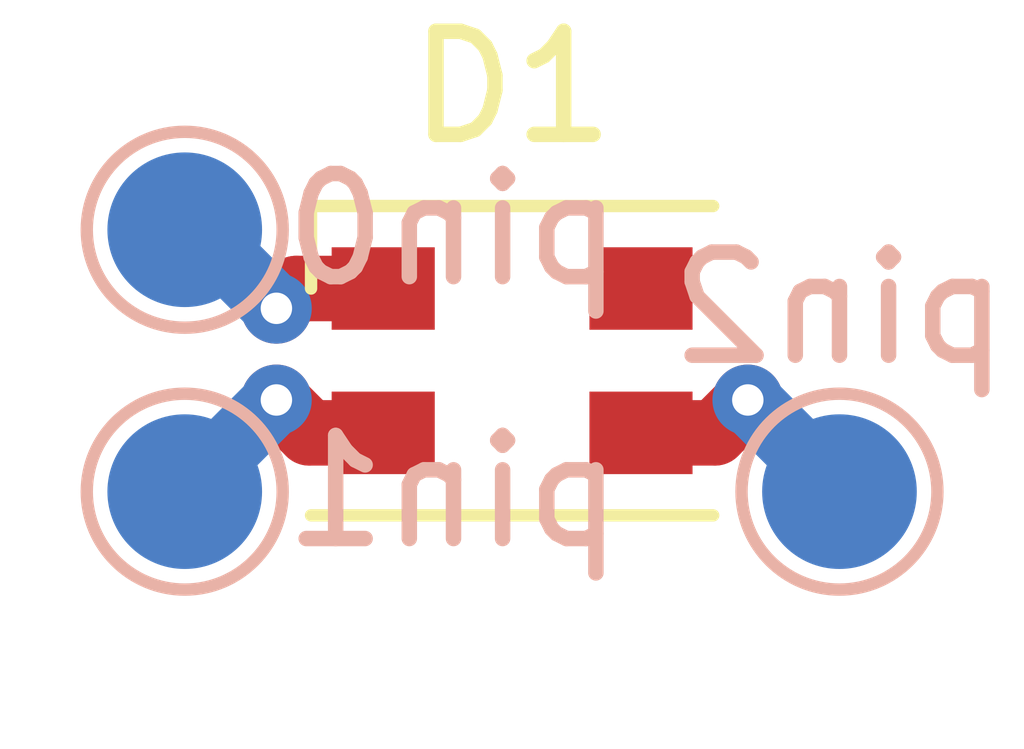
<source format=kicad_pcb>
(kicad_pcb (version 20171130) (host pcbnew "(5.1.9-0-10_14)")

  (general
    (thickness 1.6)
    (drawings 3)
    (tracks 13)
    (zones 0)
    (modules 4)
    (nets 5)
  )

  (page A4)
  (layers
    (0 F.Cu signal)
    (31 B.Cu signal)
    (32 B.Adhes user)
    (33 F.Adhes user)
    (34 B.Paste user)
    (35 F.Paste user)
    (36 B.SilkS user)
    (37 F.SilkS user)
    (38 B.Mask user)
    (39 F.Mask user)
    (40 Dwgs.User user)
    (41 Cmts.User user)
    (42 Eco1.User user)
    (43 Eco2.User user)
    (44 Edge.Cuts user)
    (45 Margin user)
    (46 B.CrtYd user hide)
    (47 F.CrtYd user hide)
    (48 B.Fab user hide)
    (49 F.Fab user hide)
  )

  (setup
    (last_trace_width 0.1524)
    (user_trace_width 0.1524)
    (user_trace_width 0.254)
    (user_trace_width 0.4064)
    (user_trace_width 0.635)
    (trace_clearance 0.1524)
    (zone_clearance 0.508)
    (zone_45_only no)
    (trace_min 0.1524)
    (via_size 0.6858)
    (via_drill 0.3048)
    (via_min_size 0.6858)
    (via_min_drill 0.3048)
    (uvia_size 0.3048)
    (uvia_drill 0.1524)
    (uvias_allowed no)
    (uvia_min_size 0.2)
    (uvia_min_drill 0.1)
    (edge_width 0.15)
    (segment_width 0.15)
    (pcb_text_width 0.3)
    (pcb_text_size 1.5 1.5)
    (mod_edge_width 0.15)
    (mod_text_size 1 1)
    (mod_text_width 0.15)
    (pad_size 1.8 1.8)
    (pad_drill 0.9)
    (pad_to_mask_clearance 0.2)
    (aux_axis_origin 0 0)
    (visible_elements FFFFFF7F)
    (pcbplotparams
      (layerselection 0x010fc_ffffffff)
      (usegerberextensions false)
      (usegerberattributes false)
      (usegerberadvancedattributes false)
      (creategerberjobfile false)
      (excludeedgelayer true)
      (linewidth 0.100000)
      (plotframeref false)
      (viasonmask false)
      (mode 1)
      (useauxorigin false)
      (hpglpennumber 1)
      (hpglpenspeed 20)
      (hpglpendiameter 15.000000)
      (psnegative false)
      (psa4output false)
      (plotreference true)
      (plotvalue true)
      (plotinvisibletext false)
      (padsonsilk false)
      (subtractmaskfromsilk false)
      (outputformat 1)
      (mirror false)
      (drillshape 1)
      (scaleselection 1)
      (outputdirectory ""))
  )

  (net 0 "")
  (net 1 +3V3)
  (net 2 Pin0)
  (net 3 Pin2)
  (net 4 Pin1)

  (net_class Default "This is the default net class."
    (clearance 0.1524)
    (trace_width 0.1524)
    (via_dia 0.6858)
    (via_drill 0.3048)
    (uvia_dia 0.3048)
    (uvia_drill 0.1524)
    (diff_pair_width 0.1524)
    (diff_pair_gap 0.1524)
    (add_net +3V3)
    (add_net Pin0)
    (add_net Pin1)
    (add_net Pin2)
  )

  (module TestPoint:TestPoint_Pad_D1.5mm (layer B.Cu) (tedit 5A0F774F) (tstamp 60B93C0D)
    (at -3.175 -1.27)
    (descr "SMD pad as test Point, diameter 1.5mm")
    (tags "test point SMD pad")
    (path /60B93D2A)
    (attr virtual)
    (fp_text reference Pin0 (at 0 1.648) (layer B.SilkS) hide
      (effects (font (size 1 1) (thickness 0.15)) (justify mirror))
    )
    (fp_text value TestPoint (at 0 -1.75) (layer B.Fab)
      (effects (font (size 1 1) (thickness 0.15)) (justify mirror))
    )
    (fp_circle (center 0 0) (end 1.25 0) (layer B.CrtYd) (width 0.05))
    (fp_circle (center 0 0) (end 0 -0.95) (layer B.SilkS) (width 0.12))
    (fp_text user %R (at 0 1.65) (layer B.Fab)
      (effects (font (size 1 1) (thickness 0.15)) (justify mirror))
    )
    (pad 1 smd circle (at 0 0) (size 1.5 1.5) (layers B.Cu B.Mask)
      (net 2 Pin0))
  )

  (module LED_SMD:LED_Cree-PLCC4_3.2x2.8mm_CCW locked (layer F.Cu) (tedit 59D415EA) (tstamp 60B96B86)
    (at 0 0)
    (descr "3.2mm x 2.8mm PLCC4 LED, http://www.cree.com/led-components/media/documents/CLV1AFKB(874).pdf")
    (tags "LED Cree PLCC-4")
    (path /60BBD1E1)
    (attr smd)
    (fp_text reference D1 (at 0 -2.65) (layer F.SilkS)
      (effects (font (size 1 1) (thickness 0.15)))
    )
    (fp_text value LED_RGBA (at 0 2.65) (layer F.Fab)
      (effects (font (size 1 1) (thickness 0.15)))
    )
    (fp_circle (center 0 0) (end 1.12 0) (layer F.Fab) (width 0.1))
    (fp_line (start -2.2 -1.75) (end -2.2 1.75) (layer F.CrtYd) (width 0.05))
    (fp_line (start -2.2 1.75) (end 2.2 1.75) (layer F.CrtYd) (width 0.05))
    (fp_line (start 2.2 1.75) (end 2.2 -1.75) (layer F.CrtYd) (width 0.05))
    (fp_line (start 2.2 -1.75) (end -2.2 -1.75) (layer F.CrtYd) (width 0.05))
    (fp_line (start -0.6 -1.4) (end -1.6 -0.4) (layer F.Fab) (width 0.1))
    (fp_line (start -1.6 -1.4) (end -1.6 1.4) (layer F.Fab) (width 0.1))
    (fp_line (start -1.6 1.4) (end 1.6 1.4) (layer F.Fab) (width 0.1))
    (fp_line (start 1.6 1.4) (end 1.6 -1.4) (layer F.Fab) (width 0.1))
    (fp_line (start 1.6 -1.4) (end -1.6 -1.4) (layer F.Fab) (width 0.1))
    (fp_line (start -1.95 -0.7) (end -1.95 -1.5) (layer F.SilkS) (width 0.12))
    (fp_line (start -1.95 -1.5) (end 1.95 -1.5) (layer F.SilkS) (width 0.12))
    (fp_line (start -1.95 1.5) (end 1.95 1.5) (layer F.SilkS) (width 0.12))
    (fp_text user %R (at 0 0) (layer F.Fab)
      (effects (font (size 0.5 0.5) (thickness 0.075)))
    )
    (pad 1 smd rect (at -1.25 -0.7) (size 1 0.8) (layers F.Cu F.Paste F.Mask)
      (net 2 Pin0))
    (pad 4 smd rect (at 1.25 -0.7) (size 1 0.8) (layers F.Cu F.Paste F.Mask)
      (net 1 +3V3))
    (pad 3 smd rect (at 1.25 0.7) (size 1 0.8) (layers F.Cu F.Paste F.Mask)
      (net 3 Pin2))
    (pad 2 smd rect (at -1.25 0.7) (size 1 0.8) (layers F.Cu F.Paste F.Mask)
      (net 4 Pin1))
    (model ${KISYS3DMOD}/LED_SMD.3dshapes/LED_Cree-PLCC4_3.2x2.8mm_CCW.wrl
      (at (xyz 0 0 0))
      (scale (xyz 1 1 1))
      (rotate (xyz 0 0 0))
    )
  )

  (module TestPoint:TestPoint_Pad_D1.5mm (layer B.Cu) (tedit 5A0F774F) (tstamp 60B96B63)
    (at -3.175 1.27)
    (descr "SMD pad as test Point, diameter 1.5mm")
    (tags "test point SMD pad")
    (path /60BC16D9)
    (attr virtual)
    (fp_text reference Pin1 (at 0 1.648) (layer B.SilkS) hide
      (effects (font (size 1 1) (thickness 0.15)) (justify mirror))
    )
    (fp_text value TestPoint (at 0 -1.75) (layer B.Fab)
      (effects (font (size 1 1) (thickness 0.15)) (justify mirror))
    )
    (fp_circle (center 0 0) (end 1.25 0) (layer B.CrtYd) (width 0.05))
    (fp_circle (center 0 0) (end 0 -0.95) (layer B.SilkS) (width 0.12))
    (fp_text user %R (at 0 1.65) (layer B.Fab)
      (effects (font (size 1 1) (thickness 0.15)) (justify mirror))
    )
    (pad 1 smd circle (at 0 0) (size 1.5 1.5) (layers B.Cu B.Mask)
      (net 4 Pin1))
  )

  (module TestPoint:TestPoint_Pad_D1.5mm (layer B.Cu) (tedit 5A0F774F) (tstamp 60B96B4E)
    (at 3.175 1.27)
    (descr "SMD pad as test Point, diameter 1.5mm")
    (tags "test point SMD pad")
    (path /60BC1964)
    (attr virtual)
    (fp_text reference Pin2 (at 0 1.648) (layer B.SilkS) hide
      (effects (font (size 1 1) (thickness 0.15)) (justify mirror))
    )
    (fp_text value TestPoint (at 0 -1.75) (layer B.Fab)
      (effects (font (size 1 1) (thickness 0.15)) (justify mirror))
    )
    (fp_circle (center 0 0) (end 0 -0.95) (layer B.SilkS) (width 0.12))
    (fp_circle (center 0 0) (end 1.25 0) (layer B.CrtYd) (width 0.05))
    (fp_text user %R (at 0 1.65) (layer B.Fab)
      (effects (font (size 1 1) (thickness 0.15)) (justify mirror))
    )
    (pad 1 smd circle (at 0 0) (size 1.5 1.5) (layers B.Cu B.Mask)
      (net 3 Pin2))
  )

  (gr_text pin2 (at 3.175 -0.508) (layer B.SilkS) (tstamp 60B96C71)
    (effects (font (size 1 1) (thickness 0.15)) (justify mirror))
  )
  (gr_text pin1 (at -2.286 1.27) (layer B.SilkS) (tstamp 60B96C6E)
    (effects (font (size 1 1) (thickness 0.15)) (justify right mirror))
  )
  (gr_text pin0 (at -2.286 -1.27) (layer B.SilkS)
    (effects (font (size 1 1) (thickness 0.15)) (justify right mirror))
  )

  (segment (start -2.094 -0.7) (end -2.286 -0.508) (width 0.635) (layer F.Cu) (net 2))
  (segment (start -1.25 -0.7) (end -2.094 -0.7) (width 0.635) (layer F.Cu) (net 2))
  (via (at -2.286 -0.508) (size 0.6858) (drill 0.3048) (layers F.Cu B.Cu) (net 2))
  (segment (start -3.048 -1.27) (end -2.286 -0.508) (width 0.635) (layer B.Cu) (net 2))
  (segment (start -3.175 -1.27) (end -3.048 -1.27) (width 0.635) (layer B.Cu) (net 2))
  (via (at -2.286 0.381) (size 0.6858) (drill 0.3048) (layers F.Cu B.Cu) (net 4))
  (segment (start -2.286 0.381) (end -3.175 1.27) (width 0.635) (layer B.Cu) (net 4))
  (segment (start -1.967 0.7) (end -2.286 0.381) (width 0.635) (layer F.Cu) (net 4))
  (segment (start -1.25 0.7) (end -1.967 0.7) (width 0.635) (layer F.Cu) (net 4))
  (via (at 2.286 0.381) (size 0.6858) (drill 0.3048) (layers F.Cu B.Cu) (net 3))
  (segment (start 1.967 0.7) (end 2.286 0.381) (width 0.635) (layer F.Cu) (net 3))
  (segment (start 1.25 0.7) (end 1.967 0.7) (width 0.635) (layer F.Cu) (net 3))
  (segment (start 2.286 0.381) (end 3.175 1.27) (width 0.635) (layer B.Cu) (net 3))

  (gr_circle (center 0 0) (end 1.55 0) (layer Eco1.User) (width 0.12))

)

</source>
